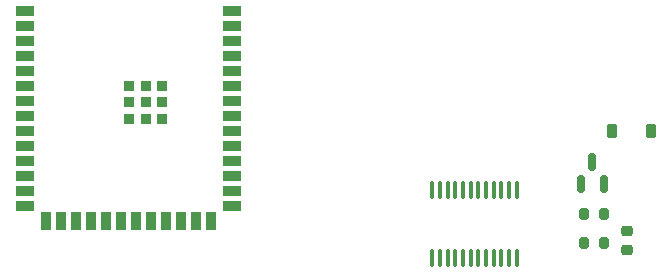
<source format=gbr>
%TF.GenerationSoftware,KiCad,Pcbnew,9.0.1*%
%TF.CreationDate,2025-06-14T17:56:14-05:00*%
%TF.ProjectId,OM-FlexGrid-Rigid-PCB,4f4d2d46-6c65-4784-9772-69642d526967,rev?*%
%TF.SameCoordinates,Original*%
%TF.FileFunction,Paste,Bot*%
%TF.FilePolarity,Positive*%
%FSLAX46Y46*%
G04 Gerber Fmt 4.6, Leading zero omitted, Abs format (unit mm)*
G04 Created by KiCad (PCBNEW 9.0.1) date 2025-06-14 17:56:14*
%MOMM*%
%LPD*%
G01*
G04 APERTURE LIST*
G04 Aperture macros list*
%AMRoundRect*
0 Rectangle with rounded corners*
0 $1 Rounding radius*
0 $2 $3 $4 $5 $6 $7 $8 $9 X,Y pos of 4 corners*
0 Add a 4 corners polygon primitive as box body*
4,1,4,$2,$3,$4,$5,$6,$7,$8,$9,$2,$3,0*
0 Add four circle primitives for the rounded corners*
1,1,$1+$1,$2,$3*
1,1,$1+$1,$4,$5*
1,1,$1+$1,$6,$7*
1,1,$1+$1,$8,$9*
0 Add four rect primitives between the rounded corners*
20,1,$1+$1,$2,$3,$4,$5,0*
20,1,$1+$1,$4,$5,$6,$7,0*
20,1,$1+$1,$6,$7,$8,$9,0*
20,1,$1+$1,$8,$9,$2,$3,0*%
G04 Aperture macros list end*
%ADD10R,1.498600X0.812800*%
%ADD11R,0.812800X1.498600*%
%ADD12R,0.889000X0.889000*%
%ADD13RoundRect,0.100000X-0.100000X0.637500X-0.100000X-0.637500X0.100000X-0.637500X0.100000X0.637500X0*%
%ADD14RoundRect,0.150000X0.150000X-0.587500X0.150000X0.587500X-0.150000X0.587500X-0.150000X-0.587500X0*%
%ADD15RoundRect,0.200000X-0.200000X-0.275000X0.200000X-0.275000X0.200000X0.275000X-0.200000X0.275000X0*%
%ADD16RoundRect,0.225000X0.250000X-0.225000X0.250000X0.225000X-0.250000X0.225000X-0.250000X-0.225000X0*%
%ADD17RoundRect,0.225000X0.225000X0.375000X-0.225000X0.375000X-0.225000X-0.375000X0.225000X-0.375000X0*%
G04 APERTURE END LIST*
D10*
%TO.C,U2*%
X179500000Y-100840000D03*
X179500000Y-102110000D03*
X179500000Y-103380000D03*
X179500000Y-104650000D03*
X179500000Y-105920000D03*
X179500000Y-107190000D03*
X179500000Y-108460000D03*
X179500000Y-109730000D03*
X179500000Y-111000000D03*
X179500000Y-112270000D03*
X179500000Y-113540000D03*
X179500000Y-114810000D03*
X179500000Y-116080000D03*
X179500000Y-117350000D03*
D11*
X177735000Y-118600000D03*
X176465000Y-118600000D03*
X175195000Y-118600000D03*
X173925000Y-118600000D03*
X172655000Y-118600000D03*
X171385000Y-118600000D03*
X170115000Y-118600000D03*
X168845000Y-118600000D03*
X167575000Y-118600000D03*
X166305000Y-118600000D03*
X165035000Y-118600000D03*
X163765000Y-118600000D03*
D10*
X162000000Y-117350000D03*
X162000000Y-116080000D03*
X162000000Y-114810000D03*
X162000000Y-113540000D03*
X162000000Y-112270000D03*
X162000000Y-111000000D03*
X162000000Y-109730000D03*
X162000000Y-108460000D03*
X162000000Y-107190000D03*
X162000000Y-105920000D03*
X162000000Y-104650000D03*
X162000000Y-103380000D03*
X162000000Y-102110000D03*
X162000000Y-100840000D03*
D12*
X172250000Y-108560000D03*
X173650000Y-107160000D03*
X173650000Y-108560000D03*
X173650000Y-109960000D03*
X172250000Y-109960000D03*
X170850000Y-109960000D03*
X170850000Y-108560000D03*
X170850000Y-107160000D03*
X172250000Y-107160000D03*
%TD*%
D13*
%TO.C,U1*%
X196500000Y-116000000D03*
X197150000Y-116000000D03*
X197800000Y-116000000D03*
X198450000Y-116000000D03*
X199100000Y-116000000D03*
X199750000Y-116000000D03*
X200400000Y-116000000D03*
X201050000Y-116000000D03*
X201700000Y-116000000D03*
X202350000Y-116000000D03*
X203000000Y-116000000D03*
X203650000Y-116000000D03*
X203650000Y-121725000D03*
X203000000Y-121725000D03*
X202350000Y-121725000D03*
X201700000Y-121725000D03*
X201050000Y-121725000D03*
X200400000Y-121725000D03*
X199750000Y-121725000D03*
X199100000Y-121725000D03*
X198450000Y-121725000D03*
X197800000Y-121725000D03*
X197150000Y-121725000D03*
X196500000Y-121725000D03*
%TD*%
D14*
%TO.C,Q1*%
X211000000Y-115500000D03*
X209100000Y-115500000D03*
X210050000Y-113625000D03*
%TD*%
D15*
%TO.C,R10*%
X209350000Y-120500000D03*
X211000000Y-120500000D03*
%TD*%
D16*
%TO.C,C9*%
X213000000Y-121050000D03*
X213000000Y-119500000D03*
%TD*%
D15*
%TO.C,R11*%
X209350000Y-118000000D03*
X211000000Y-118000000D03*
%TD*%
D17*
%TO.C,D4*%
X215000000Y-111000000D03*
X211700000Y-111000000D03*
%TD*%
M02*

</source>
